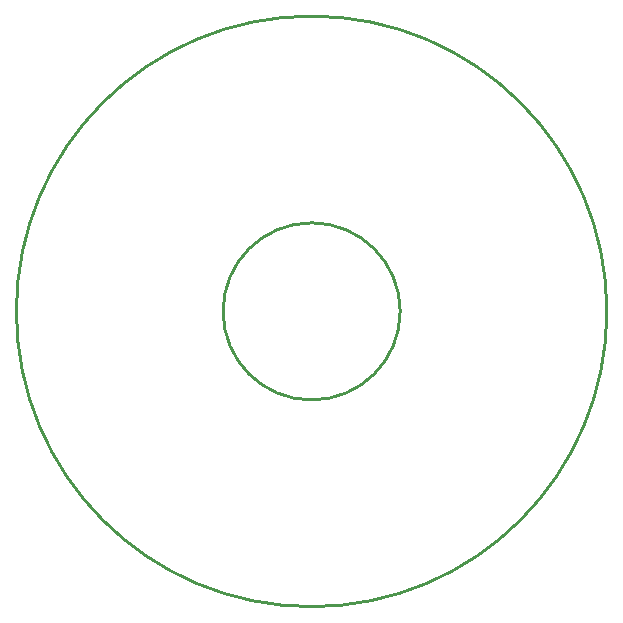
<source format=gko>
G04*
G04 #@! TF.GenerationSoftware,Altium Limited,CircuitStudio,1.5.2 (30)*
G04*
G04 Layer_Color=16720538*
%FSLAX25Y25*%
%MOIN*%
G70*
G01*
G75*
%ADD19C,0.01000*%
D19*
X732028Y713500D02*
G03*
X732028Y713500I-29528J0D01*
G01*
X800925D02*
G03*
X800925Y713500I-98425J0D01*
G01*
M02*

</source>
